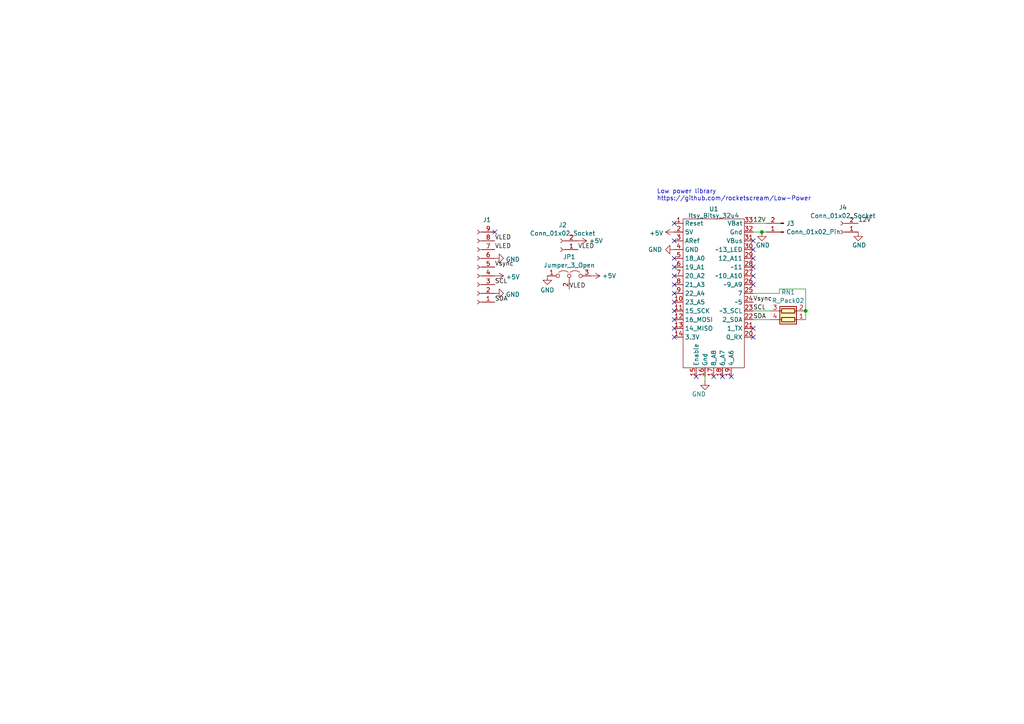
<source format=kicad_sch>
(kicad_sch (version 20231120) (generator "eeschema") (generator_version "8.0")
  (paper "A4")
  (lib_symbols
    (symbol "Connector:Conn_01x02_Pin" (pin_names (offset 1.016) hide)
      (property "Reference" "J" (at 0 2.54 0))
      (property "Value" "Conn_01x02_Pin" (at 0 -5.08 0))
      (symbol "Conn_01x02_Pin_1_1"
        (polyline (pts (xy 1.27 -2.54) (xy 0.8636 -2.54)) (stroke (width 0.1524)))
        (polyline (pts (xy 1.27 0) (xy 0.8636 0)) (stroke (width 0.1524)))
        (rectangle (start 0.8636 -2.413) (end 0 -2.667) (stroke (width 0.1524)) (fill (type outline)))
        (rectangle (start 0.8636 0.127) (end 0 -0.127) (stroke (width 0.1524)) (fill (type outline)))
        (pin passive line (at 5.08 0 180) (length 3.81) (name "Pin_1") (number "1"))
        (pin passive line (at 5.08 -2.54 180) (length 3.81) (name "Pin_2") (number "2"))
      )
    )
    (symbol "Connector:Conn_01x02_Socket" (pin_names (offset 1.016) hide)
      (property "Reference" "J" (at 0 2.54 0))
      (property "Value" "Conn_01x02_Socket" (at 0 -5.08 0))
      (symbol "Conn_01x02_Socket_1_1"
        (arc (start 0 -2.032) (mid -0.5058 -2.54) (end 0 -3.048) (stroke (width 0.1524)))
        (polyline (pts (xy -1.27 -2.54) (xy -0.508 -2.54)) (stroke (width 0.1524)))
        (polyline (pts (xy -1.27 0) (xy -0.508 0)) (stroke (width 0.1524)))
        (arc (start 0 0.508) (mid -0.5058 0) (end 0 -0.508) (stroke (width 0.1524)))
        (pin passive line (at -5.08 0 0) (length 3.81) (name "Pin_1") (number "1"))
        (pin passive line (at -5.08 -2.54 0) (length 3.81) (name "Pin_2") (number "2"))
      )
    )
    (symbol "Connector:Conn_01x09_Socket" (pin_names (offset 1.016) hide)
      (property "Reference" "J" (at 0 12.7 0))
      (property "Value" "Conn_01x09_Socket" (at 0 -12.7 0))
      (symbol "Conn_01x09_Socket_1_1"
        (arc (start 0 -9.652) (mid -0.5058 -10.16) (end 0 -10.668) (stroke (width 0.1524)))
        (arc (start 0 -7.112) (mid -0.5058 -7.62) (end 0 -8.128) (stroke (width 0.1524)))
        (arc (start 0 -4.572) (mid -0.5058 -5.08) (end 0 -5.588) (stroke (width 0.1524)))
        (arc (start 0 -2.032) (mid -0.5058 -2.54) (end 0 -3.048) (stroke (width 0.1524)))
        (polyline (pts (xy -1.27 -10.16) (xy -0.508 -10.16)) (stroke (width 0.1524)))
        (polyline (pts (xy -1.27 -7.62) (xy -0.508 -7.62)) (stroke (width 0.1524)))
        (polyline (pts (xy -1.27 -5.08) (xy -0.508 -5.08)) (stroke (width 0.1524)))
        (polyline (pts (xy -1.27 -2.54) (xy -0.508 -2.54)) (stroke (width 0.1524)))
        (polyline (pts (xy -1.27 0) (xy -0.508 0)) (stroke (width 0.1524)))
        (polyline (pts (xy -1.27 2.54) (xy -0.508 2.54)) (stroke (width 0.1524)))
        (polyline (pts (xy -1.27 5.08) (xy -0.508 5.08)) (stroke (width 0.1524)))
        (polyline (pts (xy -1.27 7.62) (xy -0.508 7.62)) (stroke (width 0.1524)))
        (polyline (pts (xy -1.27 10.16) (xy -0.508 10.16)) (stroke (width 0.1524)))
        (arc (start 0 0.508) (mid -0.5058 0) (end 0 -0.508) (stroke (width 0.1524)))
        (arc (start 0 3.048) (mid -0.5058 2.54) (end 0 2.032) (stroke (width 0.1524)))
        (arc (start 0 5.588) (mid -0.5058 5.08) (end 0 4.572) (stroke (width 0.1524)))
        (arc (start 0 8.128) (mid -0.5058 7.62) (end 0 7.112) (stroke (width 0.1524)))
        (arc (start 0 10.668) (mid -0.5058 10.16) (end 0 9.652) (stroke (width 0.1524)))
        (pin passive line (at -5.08 10.16 0) (length 3.81) (name "Pin_1") (number "1"))
        (pin passive line (at -5.08 7.62 0) (length 3.81) (name "Pin_2") (number "2"))
        (pin passive line (at -5.08 5.08 0) (length 3.81) (name "Pin_3") (number "3"))
        (pin passive line (at -5.08 2.54 0) (length 3.81) (name "Pin_4") (number "4"))
        (pin passive line (at -5.08 0 0) (length 3.81) (name "Pin_5") (number "5"))
        (pin passive line (at -5.08 -2.54 0) (length 3.81) (name "Pin_6") (number "6"))
        (pin passive line (at -5.08 -5.08 0) (length 3.81) (name "Pin_7") (number "7"))
        (pin passive line (at -5.08 -7.62 0) (length 3.81) (name "Pin_8") (number "8"))
        (pin passive line (at -5.08 -10.16 0) (length 3.81) (name "Pin_9") (number "9"))
      )
    )
    (symbol "Device:R_Pack02" (pin_names (offset 0) hide)
      (property "Reference" "RN" (at -5.08 0 90))
      (property "Value" "R_Pack02" (at 2.54 0 90))
      (symbol "R_Pack02_0_1"
        (rectangle (start -3.81 -2.413) (end 1.27 2.413) (stroke (width 0.254)) (fill (type background)))
        (rectangle (start -3.175 1.905) (end -1.905 -1.905) (stroke (width 0.254)))
        (rectangle (start -0.635 1.905) (end 0.635 -1.905) (stroke (width 0.254)))
        (polyline (pts (xy -2.54 -2.54) (xy -2.54 -1.905)))
        (polyline (pts (xy -2.54 1.905) (xy -2.54 2.54)))
        (polyline (pts (xy 0 -2.54) (xy 0 -1.905)))
        (polyline (pts (xy 0 1.905) (xy 0 2.54)))
      )
      (symbol "R_Pack02_1_1"
        (pin passive line (at -2.54 -5.08 90) (length 2.54) (name "R1.1") (number "1"))
        (pin passive line (at 0 -5.08 90) (length 2.54) (name "R2.1") (number "2"))
        (pin passive line (at 0 5.08 270) (length 2.54) (name "R2.2") (number "3"))
        (pin passive line (at -2.54 5.08 270) (length 2.54) (name "R1.2") (number "4"))
      )
    )
    (symbol "Jumper:Jumper_3_Open" (pin_names (offset 0) hide) (exclude_from_sim yes) (in_bom no)
      (property "Reference" "JP" (at -2.54 -2.54 0))
      (property "Value" "Jumper_3_Open" (at 0 2.794 0))
      (symbol "Jumper_3_Open_0_0"
        (circle (center -3.302 0) (radius 0.508))
        (circle (center 0 0) (radius 0.508))
        (circle (center 3.302 0) (radius 0.508))
      )
      (symbol "Jumper_3_Open_0_1"
        (arc (start -0.254 1.016) (mid -1.651 1.4992) (end -3.048 1.016))
        (polyline (pts (xy 0 -0.508) (xy 0 -1.27)))
        (arc (start 3.048 1.016) (mid 1.651 1.4992) (end 0.254 1.016))
      )
      (symbol "Jumper_3_Open_1_1"
        (pin passive line (at -6.35 0 0) (length 2.54) (name "A") (number "1"))
        (pin passive line (at 0 -3.81 90) (length 2.54) (name "C") (number "2"))
        (pin passive line (at 6.35 0 180) (length 2.54) (name "B") (number "3"))
      )
    )
    (symbol "custom:Itsy_Bitsy_32u4"
      (property "Reference" "U" (at 10.16 5.08 0))
      (property "Value" "Itsy_Bitsy_32u4" (at 11.43 2.54 0))
      (symbol "Itsy_Bitsy_32u4_0_0"
        (pin input line (at 0 0 0) (length 2.54) (name "Reset") (number "1"))
        (pin input line (at 0 -22.86 0) (length 2.54) (name "23_A5") (number "10"))
        (pin input line (at 0 -25.4 0) (length 2.54) (name "15_SCK") (number "11"))
        (pin input line (at 0 -27.94 0) (length 2.54) (name "16_MOSI") (number "12"))
        (pin input line (at 0 -30.48 0) (length 2.54) (name "14_MISO") (number "13"))
        (pin input line (at 0 -33.02 0) (length 2.54) (name "3.3V") (number "14"))
        (pin input line (at 6.35 -44.45 90) (length 2.54) (name "Enable") (number "15"))
        (pin power_in line (at 8.89 -44.45 90) (length 2.54) (name "Gnd") (number "16"))
        (pin input line (at 11.43 -44.45 90) (length 2.54) (name "8_A8") (number "17"))
        (pin input line (at 13.97 -44.45 90) (length 2.54) (name "6_A7") (number "18"))
        (pin input line (at 16.51 -44.45 90) (length 2.54) (name "4_A6") (number "19"))
        (pin power_in line (at 0 -2.54 0) (length 2.54) (name "5V") (number "2"))
        (pin input line (at 22.86 -33.02 180) (length 2.54) (name "0_RX") (number "20"))
        (pin input line (at 22.86 -30.48 180) (length 2.54) (name "1_TX") (number "21"))
        (pin input line (at 22.86 -27.94 180) (length 2.54) (name "2_SDA") (number "22"))
        (pin input line (at 22.86 -25.4 180) (length 2.54) (name "~3_SCL") (number "23"))
        (pin input line (at 22.86 -22.86 180) (length 2.54) (name "~5") (number "24"))
        (pin input line (at 22.86 -20.32 180) (length 2.54) (name "7") (number "25"))
        (pin input line (at 22.86 -17.78 180) (length 2.54) (name "~9_A9") (number "26"))
        (pin input line (at 22.86 -15.24 180) (length 2.54) (name "~10_A10") (number "27"))
        (pin input line (at 22.86 -12.7 180) (length 2.54) (name "~11") (number "28"))
        (pin input line (at 22.86 -10.16 180) (length 2.54) (name "12_A11") (number "29"))
        (pin input line (at 0 -5.08 0) (length 2.54) (name "ARef") (number "3"))
        (pin input line (at 22.86 -7.62 180) (length 2.54) (name "~13_LED") (number "30"))
        (pin power_in line (at 22.86 -5.08 180) (length 2.54) (name "VBus") (number "31"))
        (pin power_in line (at 22.86 -2.54 180) (length 2.54) (name "Gnd") (number "32"))
        (pin power_in line (at 22.86 0 180) (length 2.54) (name "VBat") (number "33"))
        (pin power_in line (at 0 -7.62 0) (length 2.54) (name "GND") (number "4"))
        (pin input line (at 0 -10.16 0) (length 2.54) (name "18_A0") (number "5"))
        (pin input line (at 0 -12.7 0) (length 2.54) (name "19_A1") (number "6"))
        (pin input line (at 0 -15.24 0) (length 2.54) (name "20_A2") (number "7"))
        (pin input line (at 0 -17.78 0) (length 2.54) (name "21_A3") (number "8"))
        (pin input line (at 0 -20.32 0) (length 2.54) (name "22_A4") (number "9"))
      )
      (symbol "Itsy_Bitsy_32u4_0_1"
        (rectangle (start 2.54 1.27) (end 20.32 -41.91))
      )
    )
    (symbol "power:+5V" (power) (pin_names (offset 0))
      (property "Value" "+5V" (at 0 3.556 0))
      (symbol "+5V_0_1"
        (polyline (pts (xy -0.762 1.27) (xy 0 2.54)))
        (polyline (pts (xy 0 0) (xy 0 2.54)))
        (polyline (pts (xy 0 2.54) (xy 0.762 1.27)))
      )
      (symbol "+5V_1_1"
        (pin power_in line (at 0 0 90) (length 0) hide (name "+5V") (number "1"))
      )
    )
    (symbol "power:GND" (power) (pin_names (offset 0))
      (property "Value" "GND" (at 0 -3.81 0))
      (symbol "GND_0_1"
        (polyline (pts (xy 0 0) (xy 0 -1.27) (xy 1.27 -1.27) (xy 0 -2.54) (xy -1.27 -1.27) (xy 0 -1.27)))
      )
      (symbol "GND_1_1"
        (pin power_in line (at 0 0 270) (length 0) hide (name "GND") (number "1"))
      )
    )
  )
  (junction (at 233.68 90.17))
  (junction (at 220.98 67.31))
  (no_connect (at 195.58 74.93))
  (no_connect (at 209.55 109.22))
  (no_connect (at 201.93 109.22))
  (no_connect (at 195.58 92.71))
  (no_connect (at 218.44 74.93))
  (no_connect (at 207.01 109.22))
  (no_connect (at 195.58 85.09))
  (no_connect (at 195.58 95.25))
  (no_connect (at 218.44 97.79))
  (no_connect (at 195.58 87.63))
  (no_connect (at 195.58 77.47))
  (no_connect (at 195.58 82.55))
  (no_connect (at 195.58 64.77))
  (no_connect (at 195.58 80.01))
  (no_connect (at 143.51 67.31))
  (no_connect (at 195.58 69.85))
  (no_connect (at 218.44 77.47))
  (no_connect (at 212.09 109.22))
  (no_connect (at 195.58 97.79))
  (no_connect (at 218.44 95.25))
  (no_connect (at 218.44 69.85))
  (no_connect (at 195.58 90.17))
  (no_connect (at 218.44 82.55))
  (no_connect (at 218.44 80.01))
  (no_connect (at 218.44 72.39))
  (wire (pts (xy 218.44 92.71) (xy 223.52 92.71)))
  (wire (pts (xy 220.98 67.31) (xy 222.25 67.31)))
  (wire (pts (xy 218.44 85.09) (xy 226.06 85.09)))
  (wire (pts (xy 233.68 83.82) (xy 233.68 90.17)))
  (wire (pts (xy 233.68 90.17) (xy 233.68 92.71)))
  (wire (pts (xy 218.44 64.77) (xy 222.25 64.77)))
  (wire (pts (xy 226.06 85.09) (xy 226.06 83.82)))
  (wire (pts (xy 226.06 83.82) (xy 233.68 83.82)))
  (wire (pts (xy 218.44 90.17) (xy 223.52 90.17)))
  (wire (pts (xy 204.47 109.22) (xy 204.47 110.49)))
  (wire (pts (xy 218.44 67.31) (xy 220.98 67.31)))
  (text "Low power library\nhttps://github.com/rocketscream/Low-Power" (at 190.5 58.42 0) (effects (font (size 1.27 1.27)) (justify left bottom)))
  (label "12V" (at 218.44 64.77 0))
  (label "SCL" (at 143.51 82.55 0))
  (label "Vsync" (at 143.51 77.47 0))
  (label "Vsync" (at 218.44 87.63 0))
  (label "VLED" (at 143.51 72.39 0))
  (label "VLED" (at 167.64 72.39 0))
  (label "SDA" (at 143.51 87.63 0))
  (label "VLED" (at 143.51 69.85 0))
  (label "VLED" (at 165.1 83.82 0))
  (label "12V" (at 248.92 64.77 0))
  (label "SDA" (at 218.44 92.71 0))
  (label "SCL" (at 218.44 90.17 0))
  (symbol (lib_id "Connector:Conn_01x02_Socket") (at 162.56 72.39 180) (unit 1) (on_board no)
    (property "Reference" "J2" (at 163.195 65.2483 0))
    (property "Value" "Conn_01x02_Socket" (at 163.195 67.6726 0))
    (property "Datasheet" "https://www.molex.com/en-us/products/part-detail/901471102?display=pdf" (effects (hide yes)))
    (property "Description" "CONN RCPT 2POS 0.1 TIN PCB" (effects (hide yes)))
    (property "Manufacturer" "Molex" (effects (hide yes)))
    (property "Part" "0901471102" (effects (hide yes)))
  )
  (symbol (lib_id "power:+5V") (at 167.64 69.85 270) (mirror x) (unit 1)
    (property "Reference" "#PWR011" (effects (hide yes)))
    (property "Value" "+5V" (at 170.815 69.85 90) (effects (justify left)))
  )
  (symbol (lib_id "Connector:Conn_01x09_Socket") (at 138.43 77.47 180) (unit 1)
    (property "Reference" "J1" (at 141.224 63.754 0))
    (property "Value" "0525590870" (effects (hide yes)))
    (property "Footprint" "Custom:CON_525590870_MOL - 8x ribbon vert" (effects (hide yes)))
    (property "Datasheet" "https://www.molex.com/en-us/products/part-detail/525590870?display=pdf" (effects (hide yes)))
    (property "Description" "CONN FFC FPC VERT 8POS 0.5MM SMD" (effects (hide yes)))
    (property "Manufacturer" "Molex" (effects (hide yes)))
    (property "Part" "0525590870" (effects (hide yes)))
  )
  (symbol (lib_id "power:+5V") (at 171.45 80.01 270) (mirror x) (unit 1)
    (property "Reference" "#PWR012" (effects (hide yes)))
    (property "Value" "+5V" (at 174.625 80.01 90) (effects (justify left)))
  )
  (symbol (lib_id "power:GND") (at 204.47 110.49 0) (unit 1)
    (property "Reference" "#PWR09" (effects (hide yes)))
    (property "Value" "GND" (at 200.66 114.3 0) (effects (justify left)))
  )
  (symbol (lib_id "power:+5V") (at 143.51 80.01 270) (unit 1)
    (property "Reference" "#PWR03" (effects (hide yes)))
    (property "Value" "+5V" (at 146.685 80.3268 90) (effects (justify left)))
  )
  (symbol (lib_id "power:GND") (at 143.51 85.09 90) (unit 1)
    (property "Reference" "#PWR05" (effects (hide yes)))
    (property "Value" "GND" (at 146.685 85.4068 90) (effects (justify right)))
  )
  (symbol (lib_id "custom:Itsy_Bitsy_32u4") (at 195.58 64.77 0) (unit 1)
    (property "Reference" "U1" (at 207.01 60.6171 0))
    (property "Value" "Itsy_Bitsy_32u4" (at 207.01 62.5381 0))
    (property "Footprint" "Custom footprints:Itsy Bitsy 32u4" (effects (hide yes)))
    (property "Datasheet" "https://cdn-learn.adafruit.com/downloads/pdf/introducting-itsy-bitsy-32u4.pdf" (effects (hide yes)))
    (property "Manufacturer" "Adafruit, Samtec, Sullins" (effects (hide yes)))
    (property "Part" "1x Itsy Bitsy - 3677, 1x SSW-105-01-T-S, 2x SSW-114-01-T-S, 1x PRPC040SAAN-RC" (effects (hide yes)))
  )
  (symbol (lib_id "power:GND") (at 248.92 67.31 0) (unit 1)
    (property "Reference" "#PWR014" (effects (hide yes)))
    (property "Value" "GND" (at 247.142 71.12 0) (effects (justify left)))
  )
  (symbol (lib_id "power:GND") (at 195.58 72.39 270) (unit 1)
    (property "Reference" "#PWR08" (effects (hide yes)))
    (property "Value" "GND" (at 187.96 72.39 90) (effects (justify left)))
  )
  (symbol (lib_id "power:GND") (at 143.51 74.93 90) (unit 1)
    (property "Reference" "#PWR01" (effects (hide yes)))
    (property "Value" "GND" (at 146.685 75.2468 90) (effects (justify right)))
  )
  (symbol (lib_id "power:GND") (at 220.98 67.31 0) (unit 1)
    (property "Reference" "#PWR07" (effects (hide yes)))
    (property "Value" "GND" (at 219.202 71.12 0) (effects (justify left)))
  )
  (symbol (lib_id "Connector:Conn_01x02_Socket") (at 243.84 67.31 180) (unit 1) (on_board no)
    (property "Reference" "J4" (at 244.475 60.1683 0))
    (property "Value" "Conn_01x02_Socket" (at 244.475 62.5926 0))
    (property "Datasheet" "https://www.molex.com/en-us/products/part-detail/901471102?display=pdf" (effects (hide yes)))
    (property "Description" "CONN RCPT 2POS 0.1 TIN PCB" (effects (hide yes)))
    (property "Manufacturer" "Molex" (effects (hide yes)))
    (property "Part" "0901471102" (effects (hide yes)))
  )
  (symbol (lib_id "Jumper:Jumper_3_Open") (at 165.1 80.01 0) (unit 1) (exclude_from_sim yes) (in_bom no)
    (property "Reference" "JP1" (at 165.1 74.4933 0))
    (property "Value" "Jumper_3_Open" (at 165.1 76.9176 0))
    (property "Footprint" "Connector_PinHeader_2.54mm:PinHeader_1x03_P2.54mm_Vertical" (effects (hide yes)))
    (property "Datasheet" "https://www.molex.com/en-us/products/part-detail/22053141?display=pdf" (effects (hide yes)))
    (property "Description" "CONN HEADER VERT 3POS 2.54MM" (effects (hide yes)))
    (property "Manufacturer" "Molex" (effects (hide yes)))
    (property "Part" "0022285033" (effects (hide yes)))
  )
  (symbol (lib_id "power:GND") (at 158.75 80.01 0) (unit 1)
    (property "Reference" "#PWR013" (effects (hide yes)))
    (property "Value" "GND" (at 158.75 84.1431 0))
  )
  (symbol (lib_id "power:+5V") (at 195.58 67.31 90) (mirror x) (unit 1)
    (property "Reference" "#PWR010" (effects (hide yes)))
    (property "Value" "+5V" (at 192.405 67.6268 90) (effects (justify left)))
  )
  (symbol (lib_id "Connector:Conn_01x02_Pin") (at 227.33 67.31 180) (unit 1)
    (property "Reference" "J3" (at 228.0412 64.8278 0) (effects (justify right)))
    (property "Value" "Conn_01x02_Pin" (at 228.0412 67.2521 0) (effects (justify right)))
    (property "Footprint" "Connector_PinHeader_2.54mm:PinHeader_1x02_P2.54mm_Vertical" (effects (hide yes)))
    (property "Datasheet" "https://www.molex.com/webdocs/datasheets/pdf/en-us/0022285027_PCB_HEADERS.pdf" (effects (hide yes)))
    (property "Description" "CONN HEADER VERT 2POS 2.54MM" (effects (hide yes)))
    (property "Manufacturer" "Molex" (effects (hide yes)))
    (property "Part" "0022285027" (effects (hide yes)))
  )
  (symbol (lib_id "Device:R_Pack02") (at 228.6 90.17 90) (unit 1)
    (property "Reference" "RN1" (at 228.6 84.7555 90))
    (property "Value" "R_Pack02" (at 228.6 87.1798 90))
    (property "Footprint" "Resistor_SMD:R_Array_Concave_2x0603" (effects (hide yes)))
    (property "Datasheet" "https://industrial.panasonic.com/cdbs/www-data/pdf/AOC0000/AOC0000C14.pdf" (effects (hide yes)))
    (property "Description" "RES ARRAY 2 RES 1K OHM 0606" (effects (hide yes)))
    (property "Manufacturer" "Panasonic Electronic Components" (effects (hide yes)))
    (property "Part" "EXB-34V102JV" (effects (hide yes)))
  )
)
</source>
